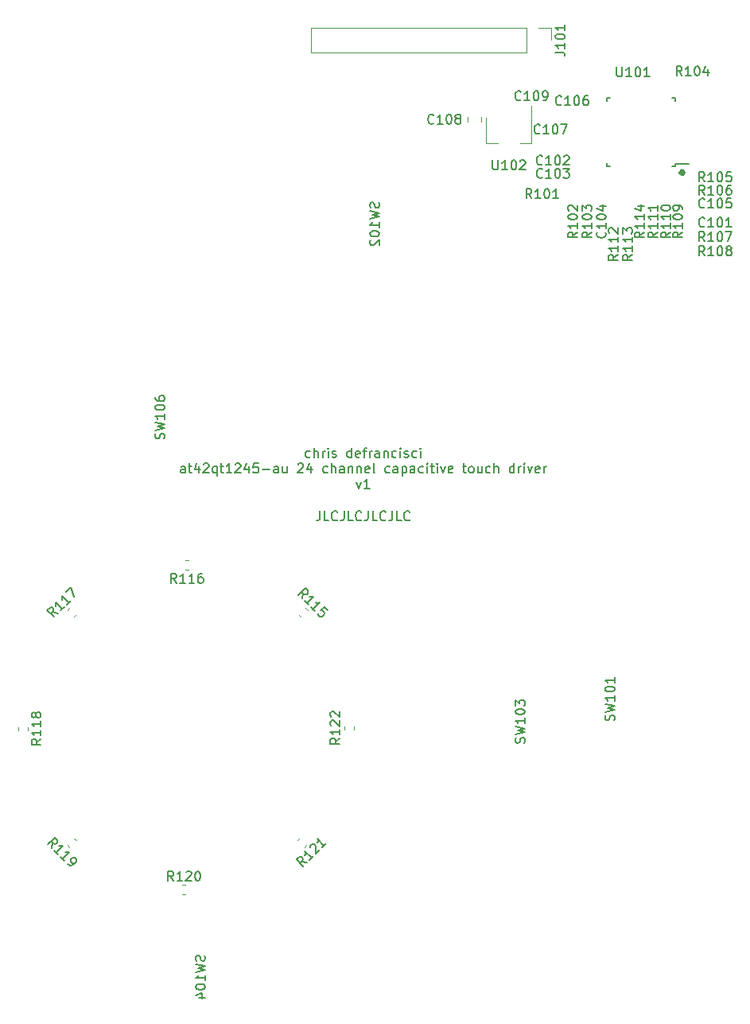
<source format=gbr>
G04 #@! TF.GenerationSoftware,KiCad,Pcbnew,(5.1.2-1)-1*
G04 #@! TF.CreationDate,2022-01-31T21:06:54-05:00*
G04 #@! TF.ProjectId,Capacitive_Touch_Breakout_Board_AT42QT1245-AU,43617061-6369-4746-9976-655f546f7563,rev?*
G04 #@! TF.SameCoordinates,Original*
G04 #@! TF.FileFunction,Legend,Top*
G04 #@! TF.FilePolarity,Positive*
%FSLAX46Y46*%
G04 Gerber Fmt 4.6, Leading zero omitted, Abs format (unit mm)*
G04 Created by KiCad (PCBNEW (5.1.2-1)-1) date 2022-01-31 21:06:54*
%MOMM*%
%LPD*%
G04 APERTURE LIST*
%ADD10C,0.150000*%
%ADD11C,0.400000*%
%ADD12C,0.120000*%
G04 APERTURE END LIST*
D10*
X157305952Y-91527380D02*
X157305952Y-92241666D01*
X157258333Y-92384523D01*
X157163095Y-92479761D01*
X157020238Y-92527380D01*
X156925000Y-92527380D01*
X158258333Y-92527380D02*
X157782142Y-92527380D01*
X157782142Y-91527380D01*
X159163095Y-92432142D02*
X159115476Y-92479761D01*
X158972619Y-92527380D01*
X158877380Y-92527380D01*
X158734523Y-92479761D01*
X158639285Y-92384523D01*
X158591666Y-92289285D01*
X158544047Y-92098809D01*
X158544047Y-91955952D01*
X158591666Y-91765476D01*
X158639285Y-91670238D01*
X158734523Y-91575000D01*
X158877380Y-91527380D01*
X158972619Y-91527380D01*
X159115476Y-91575000D01*
X159163095Y-91622619D01*
X159877380Y-91527380D02*
X159877380Y-92241666D01*
X159829761Y-92384523D01*
X159734523Y-92479761D01*
X159591666Y-92527380D01*
X159496428Y-92527380D01*
X160829761Y-92527380D02*
X160353571Y-92527380D01*
X160353571Y-91527380D01*
X161734523Y-92432142D02*
X161686904Y-92479761D01*
X161544047Y-92527380D01*
X161448809Y-92527380D01*
X161305952Y-92479761D01*
X161210714Y-92384523D01*
X161163095Y-92289285D01*
X161115476Y-92098809D01*
X161115476Y-91955952D01*
X161163095Y-91765476D01*
X161210714Y-91670238D01*
X161305952Y-91575000D01*
X161448809Y-91527380D01*
X161544047Y-91527380D01*
X161686904Y-91575000D01*
X161734523Y-91622619D01*
X162448809Y-91527380D02*
X162448809Y-92241666D01*
X162401190Y-92384523D01*
X162305952Y-92479761D01*
X162163095Y-92527380D01*
X162067857Y-92527380D01*
X163401190Y-92527380D02*
X162925000Y-92527380D01*
X162925000Y-91527380D01*
X164305952Y-92432142D02*
X164258333Y-92479761D01*
X164115476Y-92527380D01*
X164020238Y-92527380D01*
X163877380Y-92479761D01*
X163782142Y-92384523D01*
X163734523Y-92289285D01*
X163686904Y-92098809D01*
X163686904Y-91955952D01*
X163734523Y-91765476D01*
X163782142Y-91670238D01*
X163877380Y-91575000D01*
X164020238Y-91527380D01*
X164115476Y-91527380D01*
X164258333Y-91575000D01*
X164305952Y-91622619D01*
X165020238Y-91527380D02*
X165020238Y-92241666D01*
X164972619Y-92384523D01*
X164877380Y-92479761D01*
X164734523Y-92527380D01*
X164639285Y-92527380D01*
X165972619Y-92527380D02*
X165496428Y-92527380D01*
X165496428Y-91527380D01*
X166877380Y-92432142D02*
X166829761Y-92479761D01*
X166686904Y-92527380D01*
X166591666Y-92527380D01*
X166448809Y-92479761D01*
X166353571Y-92384523D01*
X166305952Y-92289285D01*
X166258333Y-92098809D01*
X166258333Y-91955952D01*
X166305952Y-91765476D01*
X166353571Y-91670238D01*
X166448809Y-91575000D01*
X166591666Y-91527380D01*
X166686904Y-91527380D01*
X166829761Y-91575000D01*
X166877380Y-91622619D01*
X156258333Y-85749761D02*
X156163095Y-85797380D01*
X155972619Y-85797380D01*
X155877380Y-85749761D01*
X155829761Y-85702142D01*
X155782142Y-85606904D01*
X155782142Y-85321190D01*
X155829761Y-85225952D01*
X155877380Y-85178333D01*
X155972619Y-85130714D01*
X156163095Y-85130714D01*
X156258333Y-85178333D01*
X156686904Y-85797380D02*
X156686904Y-84797380D01*
X157115476Y-85797380D02*
X157115476Y-85273571D01*
X157067857Y-85178333D01*
X156972619Y-85130714D01*
X156829761Y-85130714D01*
X156734523Y-85178333D01*
X156686904Y-85225952D01*
X157591666Y-85797380D02*
X157591666Y-85130714D01*
X157591666Y-85321190D02*
X157639285Y-85225952D01*
X157686904Y-85178333D01*
X157782142Y-85130714D01*
X157877380Y-85130714D01*
X158210714Y-85797380D02*
X158210714Y-85130714D01*
X158210714Y-84797380D02*
X158163095Y-84845000D01*
X158210714Y-84892619D01*
X158258333Y-84845000D01*
X158210714Y-84797380D01*
X158210714Y-84892619D01*
X158639285Y-85749761D02*
X158734523Y-85797380D01*
X158925000Y-85797380D01*
X159020238Y-85749761D01*
X159067857Y-85654523D01*
X159067857Y-85606904D01*
X159020238Y-85511666D01*
X158925000Y-85464047D01*
X158782142Y-85464047D01*
X158686904Y-85416428D01*
X158639285Y-85321190D01*
X158639285Y-85273571D01*
X158686904Y-85178333D01*
X158782142Y-85130714D01*
X158925000Y-85130714D01*
X159020238Y-85178333D01*
X160686904Y-85797380D02*
X160686904Y-84797380D01*
X160686904Y-85749761D02*
X160591666Y-85797380D01*
X160401190Y-85797380D01*
X160305952Y-85749761D01*
X160258333Y-85702142D01*
X160210714Y-85606904D01*
X160210714Y-85321190D01*
X160258333Y-85225952D01*
X160305952Y-85178333D01*
X160401190Y-85130714D01*
X160591666Y-85130714D01*
X160686904Y-85178333D01*
X161544047Y-85749761D02*
X161448809Y-85797380D01*
X161258333Y-85797380D01*
X161163095Y-85749761D01*
X161115476Y-85654523D01*
X161115476Y-85273571D01*
X161163095Y-85178333D01*
X161258333Y-85130714D01*
X161448809Y-85130714D01*
X161544047Y-85178333D01*
X161591666Y-85273571D01*
X161591666Y-85368809D01*
X161115476Y-85464047D01*
X161877380Y-85130714D02*
X162258333Y-85130714D01*
X162020238Y-85797380D02*
X162020238Y-84940238D01*
X162067857Y-84845000D01*
X162163095Y-84797380D01*
X162258333Y-84797380D01*
X162591666Y-85797380D02*
X162591666Y-85130714D01*
X162591666Y-85321190D02*
X162639285Y-85225952D01*
X162686904Y-85178333D01*
X162782142Y-85130714D01*
X162877380Y-85130714D01*
X163639285Y-85797380D02*
X163639285Y-85273571D01*
X163591666Y-85178333D01*
X163496428Y-85130714D01*
X163305952Y-85130714D01*
X163210714Y-85178333D01*
X163639285Y-85749761D02*
X163544047Y-85797380D01*
X163305952Y-85797380D01*
X163210714Y-85749761D01*
X163163095Y-85654523D01*
X163163095Y-85559285D01*
X163210714Y-85464047D01*
X163305952Y-85416428D01*
X163544047Y-85416428D01*
X163639285Y-85368809D01*
X164115476Y-85130714D02*
X164115476Y-85797380D01*
X164115476Y-85225952D02*
X164163095Y-85178333D01*
X164258333Y-85130714D01*
X164401190Y-85130714D01*
X164496428Y-85178333D01*
X164544047Y-85273571D01*
X164544047Y-85797380D01*
X165448809Y-85749761D02*
X165353571Y-85797380D01*
X165163095Y-85797380D01*
X165067857Y-85749761D01*
X165020238Y-85702142D01*
X164972619Y-85606904D01*
X164972619Y-85321190D01*
X165020238Y-85225952D01*
X165067857Y-85178333D01*
X165163095Y-85130714D01*
X165353571Y-85130714D01*
X165448809Y-85178333D01*
X165877380Y-85797380D02*
X165877380Y-85130714D01*
X165877380Y-84797380D02*
X165829761Y-84845000D01*
X165877380Y-84892619D01*
X165925000Y-84845000D01*
X165877380Y-84797380D01*
X165877380Y-84892619D01*
X166305952Y-85749761D02*
X166401190Y-85797380D01*
X166591666Y-85797380D01*
X166686904Y-85749761D01*
X166734523Y-85654523D01*
X166734523Y-85606904D01*
X166686904Y-85511666D01*
X166591666Y-85464047D01*
X166448809Y-85464047D01*
X166353571Y-85416428D01*
X166305952Y-85321190D01*
X166305952Y-85273571D01*
X166353571Y-85178333D01*
X166448809Y-85130714D01*
X166591666Y-85130714D01*
X166686904Y-85178333D01*
X167591666Y-85749761D02*
X167496428Y-85797380D01*
X167305952Y-85797380D01*
X167210714Y-85749761D01*
X167163095Y-85702142D01*
X167115476Y-85606904D01*
X167115476Y-85321190D01*
X167163095Y-85225952D01*
X167210714Y-85178333D01*
X167305952Y-85130714D01*
X167496428Y-85130714D01*
X167591666Y-85178333D01*
X168020238Y-85797380D02*
X168020238Y-85130714D01*
X168020238Y-84797380D02*
X167972619Y-84845000D01*
X168020238Y-84892619D01*
X168067857Y-84845000D01*
X168020238Y-84797380D01*
X168020238Y-84892619D01*
X142972619Y-87447380D02*
X142972619Y-86923571D01*
X142925000Y-86828333D01*
X142829761Y-86780714D01*
X142639285Y-86780714D01*
X142544047Y-86828333D01*
X142972619Y-87399761D02*
X142877380Y-87447380D01*
X142639285Y-87447380D01*
X142544047Y-87399761D01*
X142496428Y-87304523D01*
X142496428Y-87209285D01*
X142544047Y-87114047D01*
X142639285Y-87066428D01*
X142877380Y-87066428D01*
X142972619Y-87018809D01*
X143305952Y-86780714D02*
X143686904Y-86780714D01*
X143448809Y-86447380D02*
X143448809Y-87304523D01*
X143496428Y-87399761D01*
X143591666Y-87447380D01*
X143686904Y-87447380D01*
X144448809Y-86780714D02*
X144448809Y-87447380D01*
X144210714Y-86399761D02*
X143972619Y-87114047D01*
X144591666Y-87114047D01*
X144925000Y-86542619D02*
X144972619Y-86495000D01*
X145067857Y-86447380D01*
X145305952Y-86447380D01*
X145401190Y-86495000D01*
X145448809Y-86542619D01*
X145496428Y-86637857D01*
X145496428Y-86733095D01*
X145448809Y-86875952D01*
X144877380Y-87447380D01*
X145496428Y-87447380D01*
X146353571Y-86780714D02*
X146353571Y-87780714D01*
X146353571Y-87399761D02*
X146258333Y-87447380D01*
X146067857Y-87447380D01*
X145972619Y-87399761D01*
X145925000Y-87352142D01*
X145877380Y-87256904D01*
X145877380Y-86971190D01*
X145925000Y-86875952D01*
X145972619Y-86828333D01*
X146067857Y-86780714D01*
X146258333Y-86780714D01*
X146353571Y-86828333D01*
X146686904Y-86780714D02*
X147067857Y-86780714D01*
X146829761Y-86447380D02*
X146829761Y-87304523D01*
X146877380Y-87399761D01*
X146972619Y-87447380D01*
X147067857Y-87447380D01*
X147925000Y-87447380D02*
X147353571Y-87447380D01*
X147639285Y-87447380D02*
X147639285Y-86447380D01*
X147544047Y-86590238D01*
X147448809Y-86685476D01*
X147353571Y-86733095D01*
X148305952Y-86542619D02*
X148353571Y-86495000D01*
X148448809Y-86447380D01*
X148686904Y-86447380D01*
X148782142Y-86495000D01*
X148829761Y-86542619D01*
X148877380Y-86637857D01*
X148877380Y-86733095D01*
X148829761Y-86875952D01*
X148258333Y-87447380D01*
X148877380Y-87447380D01*
X149734523Y-86780714D02*
X149734523Y-87447380D01*
X149496428Y-86399761D02*
X149258333Y-87114047D01*
X149877380Y-87114047D01*
X150734523Y-86447380D02*
X150258333Y-86447380D01*
X150210714Y-86923571D01*
X150258333Y-86875952D01*
X150353571Y-86828333D01*
X150591666Y-86828333D01*
X150686904Y-86875952D01*
X150734523Y-86923571D01*
X150782142Y-87018809D01*
X150782142Y-87256904D01*
X150734523Y-87352142D01*
X150686904Y-87399761D01*
X150591666Y-87447380D01*
X150353571Y-87447380D01*
X150258333Y-87399761D01*
X150210714Y-87352142D01*
X151210714Y-87066428D02*
X151972619Y-87066428D01*
X152877380Y-87447380D02*
X152877380Y-86923571D01*
X152829761Y-86828333D01*
X152734523Y-86780714D01*
X152544047Y-86780714D01*
X152448809Y-86828333D01*
X152877380Y-87399761D02*
X152782142Y-87447380D01*
X152544047Y-87447380D01*
X152448809Y-87399761D01*
X152401190Y-87304523D01*
X152401190Y-87209285D01*
X152448809Y-87114047D01*
X152544047Y-87066428D01*
X152782142Y-87066428D01*
X152877380Y-87018809D01*
X153782142Y-86780714D02*
X153782142Y-87447380D01*
X153353571Y-86780714D02*
X153353571Y-87304523D01*
X153401190Y-87399761D01*
X153496428Y-87447380D01*
X153639285Y-87447380D01*
X153734523Y-87399761D01*
X153782142Y-87352142D01*
X154972619Y-86542619D02*
X155020238Y-86495000D01*
X155115476Y-86447380D01*
X155353571Y-86447380D01*
X155448809Y-86495000D01*
X155496428Y-86542619D01*
X155544047Y-86637857D01*
X155544047Y-86733095D01*
X155496428Y-86875952D01*
X154925000Y-87447380D01*
X155544047Y-87447380D01*
X156401190Y-86780714D02*
X156401190Y-87447380D01*
X156163095Y-86399761D02*
X155925000Y-87114047D01*
X156544047Y-87114047D01*
X158115476Y-87399761D02*
X158020238Y-87447380D01*
X157829761Y-87447380D01*
X157734523Y-87399761D01*
X157686904Y-87352142D01*
X157639285Y-87256904D01*
X157639285Y-86971190D01*
X157686904Y-86875952D01*
X157734523Y-86828333D01*
X157829761Y-86780714D01*
X158020238Y-86780714D01*
X158115476Y-86828333D01*
X158544047Y-87447380D02*
X158544047Y-86447380D01*
X158972619Y-87447380D02*
X158972619Y-86923571D01*
X158925000Y-86828333D01*
X158829761Y-86780714D01*
X158686904Y-86780714D01*
X158591666Y-86828333D01*
X158544047Y-86875952D01*
X159877380Y-87447380D02*
X159877380Y-86923571D01*
X159829761Y-86828333D01*
X159734523Y-86780714D01*
X159544047Y-86780714D01*
X159448809Y-86828333D01*
X159877380Y-87399761D02*
X159782142Y-87447380D01*
X159544047Y-87447380D01*
X159448809Y-87399761D01*
X159401190Y-87304523D01*
X159401190Y-87209285D01*
X159448809Y-87114047D01*
X159544047Y-87066428D01*
X159782142Y-87066428D01*
X159877380Y-87018809D01*
X160353571Y-86780714D02*
X160353571Y-87447380D01*
X160353571Y-86875952D02*
X160401190Y-86828333D01*
X160496428Y-86780714D01*
X160639285Y-86780714D01*
X160734523Y-86828333D01*
X160782142Y-86923571D01*
X160782142Y-87447380D01*
X161258333Y-86780714D02*
X161258333Y-87447380D01*
X161258333Y-86875952D02*
X161305952Y-86828333D01*
X161401190Y-86780714D01*
X161544047Y-86780714D01*
X161639285Y-86828333D01*
X161686904Y-86923571D01*
X161686904Y-87447380D01*
X162544047Y-87399761D02*
X162448809Y-87447380D01*
X162258333Y-87447380D01*
X162163095Y-87399761D01*
X162115476Y-87304523D01*
X162115476Y-86923571D01*
X162163095Y-86828333D01*
X162258333Y-86780714D01*
X162448809Y-86780714D01*
X162544047Y-86828333D01*
X162591666Y-86923571D01*
X162591666Y-87018809D01*
X162115476Y-87114047D01*
X163163095Y-87447380D02*
X163067857Y-87399761D01*
X163020238Y-87304523D01*
X163020238Y-86447380D01*
X164734523Y-87399761D02*
X164639285Y-87447380D01*
X164448809Y-87447380D01*
X164353571Y-87399761D01*
X164305952Y-87352142D01*
X164258333Y-87256904D01*
X164258333Y-86971190D01*
X164305952Y-86875952D01*
X164353571Y-86828333D01*
X164448809Y-86780714D01*
X164639285Y-86780714D01*
X164734523Y-86828333D01*
X165591666Y-87447380D02*
X165591666Y-86923571D01*
X165544047Y-86828333D01*
X165448809Y-86780714D01*
X165258333Y-86780714D01*
X165163095Y-86828333D01*
X165591666Y-87399761D02*
X165496428Y-87447380D01*
X165258333Y-87447380D01*
X165163095Y-87399761D01*
X165115476Y-87304523D01*
X165115476Y-87209285D01*
X165163095Y-87114047D01*
X165258333Y-87066428D01*
X165496428Y-87066428D01*
X165591666Y-87018809D01*
X166067857Y-86780714D02*
X166067857Y-87780714D01*
X166067857Y-86828333D02*
X166163095Y-86780714D01*
X166353571Y-86780714D01*
X166448809Y-86828333D01*
X166496428Y-86875952D01*
X166544047Y-86971190D01*
X166544047Y-87256904D01*
X166496428Y-87352142D01*
X166448809Y-87399761D01*
X166353571Y-87447380D01*
X166163095Y-87447380D01*
X166067857Y-87399761D01*
X167401190Y-87447380D02*
X167401190Y-86923571D01*
X167353571Y-86828333D01*
X167258333Y-86780714D01*
X167067857Y-86780714D01*
X166972619Y-86828333D01*
X167401190Y-87399761D02*
X167305952Y-87447380D01*
X167067857Y-87447380D01*
X166972619Y-87399761D01*
X166925000Y-87304523D01*
X166925000Y-87209285D01*
X166972619Y-87114047D01*
X167067857Y-87066428D01*
X167305952Y-87066428D01*
X167401190Y-87018809D01*
X168305952Y-87399761D02*
X168210714Y-87447380D01*
X168020238Y-87447380D01*
X167925000Y-87399761D01*
X167877380Y-87352142D01*
X167829761Y-87256904D01*
X167829761Y-86971190D01*
X167877380Y-86875952D01*
X167925000Y-86828333D01*
X168020238Y-86780714D01*
X168210714Y-86780714D01*
X168305952Y-86828333D01*
X168734523Y-87447380D02*
X168734523Y-86780714D01*
X168734523Y-86447380D02*
X168686904Y-86495000D01*
X168734523Y-86542619D01*
X168782142Y-86495000D01*
X168734523Y-86447380D01*
X168734523Y-86542619D01*
X169067857Y-86780714D02*
X169448809Y-86780714D01*
X169210714Y-86447380D02*
X169210714Y-87304523D01*
X169258333Y-87399761D01*
X169353571Y-87447380D01*
X169448809Y-87447380D01*
X169782142Y-87447380D02*
X169782142Y-86780714D01*
X169782142Y-86447380D02*
X169734523Y-86495000D01*
X169782142Y-86542619D01*
X169829761Y-86495000D01*
X169782142Y-86447380D01*
X169782142Y-86542619D01*
X170163095Y-86780714D02*
X170401190Y-87447380D01*
X170639285Y-86780714D01*
X171401190Y-87399761D02*
X171305952Y-87447380D01*
X171115476Y-87447380D01*
X171020238Y-87399761D01*
X170972619Y-87304523D01*
X170972619Y-86923571D01*
X171020238Y-86828333D01*
X171115476Y-86780714D01*
X171305952Y-86780714D01*
X171401190Y-86828333D01*
X171448809Y-86923571D01*
X171448809Y-87018809D01*
X170972619Y-87114047D01*
X172496428Y-86780714D02*
X172877380Y-86780714D01*
X172639285Y-86447380D02*
X172639285Y-87304523D01*
X172686904Y-87399761D01*
X172782142Y-87447380D01*
X172877380Y-87447380D01*
X173353571Y-87447380D02*
X173258333Y-87399761D01*
X173210714Y-87352142D01*
X173163095Y-87256904D01*
X173163095Y-86971190D01*
X173210714Y-86875952D01*
X173258333Y-86828333D01*
X173353571Y-86780714D01*
X173496428Y-86780714D01*
X173591666Y-86828333D01*
X173639285Y-86875952D01*
X173686904Y-86971190D01*
X173686904Y-87256904D01*
X173639285Y-87352142D01*
X173591666Y-87399761D01*
X173496428Y-87447380D01*
X173353571Y-87447380D01*
X174544047Y-86780714D02*
X174544047Y-87447380D01*
X174115476Y-86780714D02*
X174115476Y-87304523D01*
X174163095Y-87399761D01*
X174258333Y-87447380D01*
X174401190Y-87447380D01*
X174496428Y-87399761D01*
X174544047Y-87352142D01*
X175448809Y-87399761D02*
X175353571Y-87447380D01*
X175163095Y-87447380D01*
X175067857Y-87399761D01*
X175020238Y-87352142D01*
X174972619Y-87256904D01*
X174972619Y-86971190D01*
X175020238Y-86875952D01*
X175067857Y-86828333D01*
X175163095Y-86780714D01*
X175353571Y-86780714D01*
X175448809Y-86828333D01*
X175877380Y-87447380D02*
X175877380Y-86447380D01*
X176305952Y-87447380D02*
X176305952Y-86923571D01*
X176258333Y-86828333D01*
X176163095Y-86780714D01*
X176020238Y-86780714D01*
X175925000Y-86828333D01*
X175877380Y-86875952D01*
X177972619Y-87447380D02*
X177972619Y-86447380D01*
X177972619Y-87399761D02*
X177877380Y-87447380D01*
X177686904Y-87447380D01*
X177591666Y-87399761D01*
X177544047Y-87352142D01*
X177496428Y-87256904D01*
X177496428Y-86971190D01*
X177544047Y-86875952D01*
X177591666Y-86828333D01*
X177686904Y-86780714D01*
X177877380Y-86780714D01*
X177972619Y-86828333D01*
X178448809Y-87447380D02*
X178448809Y-86780714D01*
X178448809Y-86971190D02*
X178496428Y-86875952D01*
X178544047Y-86828333D01*
X178639285Y-86780714D01*
X178734523Y-86780714D01*
X179067857Y-87447380D02*
X179067857Y-86780714D01*
X179067857Y-86447380D02*
X179020238Y-86495000D01*
X179067857Y-86542619D01*
X179115476Y-86495000D01*
X179067857Y-86447380D01*
X179067857Y-86542619D01*
X179448809Y-86780714D02*
X179686904Y-87447380D01*
X179925000Y-86780714D01*
X180686904Y-87399761D02*
X180591666Y-87447380D01*
X180401190Y-87447380D01*
X180305952Y-87399761D01*
X180258333Y-87304523D01*
X180258333Y-86923571D01*
X180305952Y-86828333D01*
X180401190Y-86780714D01*
X180591666Y-86780714D01*
X180686904Y-86828333D01*
X180734523Y-86923571D01*
X180734523Y-87018809D01*
X180258333Y-87114047D01*
X181163095Y-87447380D02*
X181163095Y-86780714D01*
X181163095Y-86971190D02*
X181210714Y-86875952D01*
X181258333Y-86828333D01*
X181353571Y-86780714D01*
X181448809Y-86780714D01*
X161210714Y-88430714D02*
X161448809Y-89097380D01*
X161686904Y-88430714D01*
X162591666Y-89097380D02*
X162020238Y-89097380D01*
X162305952Y-89097380D02*
X162305952Y-88097380D01*
X162210714Y-88240238D01*
X162115476Y-88335476D01*
X162020238Y-88383095D01*
D11*
X196013605Y-55499000D02*
G75*
G03X196013605Y-55499000I-179605J0D01*
G01*
D10*
X195141000Y-54581000D02*
X196566000Y-54581000D01*
X187891000Y-54806000D02*
X188216000Y-54806000D01*
X187891000Y-47556000D02*
X188216000Y-47556000D01*
X195141000Y-47556000D02*
X194816000Y-47556000D01*
X195141000Y-54806000D02*
X194816000Y-54806000D01*
X195141000Y-47556000D02*
X195141000Y-47881000D01*
X187891000Y-47556000D02*
X187891000Y-47881000D01*
X187891000Y-54806000D02*
X187891000Y-54481000D01*
X195141000Y-54806000D02*
X195141000Y-54581000D01*
D12*
X179819000Y-52389500D02*
X178619000Y-52389500D01*
X179819000Y-48389500D02*
X179819000Y-52389500D01*
X175019000Y-52389500D02*
X175019000Y-49689500D01*
X176219000Y-52389500D02*
X175019000Y-52389500D01*
X173026000Y-49603922D02*
X173026000Y-50121078D01*
X174446000Y-49603922D02*
X174446000Y-50121078D01*
X160911000Y-114742279D02*
X160911000Y-114416721D01*
X159891000Y-114742279D02*
X159891000Y-114416721D01*
X155153631Y-126319120D02*
X154923426Y-126549325D01*
X155874880Y-127040369D02*
X155644675Y-127270574D01*
X142686721Y-132336000D02*
X143012279Y-132336000D01*
X142686721Y-131316000D02*
X143012279Y-131316000D01*
X131363880Y-126578631D02*
X131133675Y-126348426D01*
X130642631Y-127299880D02*
X130412426Y-127069675D01*
X125220000Y-114492721D02*
X125220000Y-114818279D01*
X126240000Y-114492721D02*
X126240000Y-114818279D01*
X131133675Y-102759574D02*
X131363880Y-102529369D01*
X130412426Y-102038325D02*
X130642631Y-101808120D01*
X143317279Y-96772000D02*
X142991721Y-96772000D01*
X143317279Y-97792000D02*
X142991721Y-97792000D01*
X155050426Y-102558675D02*
X155280631Y-102788880D01*
X155771675Y-101837426D02*
X156001880Y-102067631D01*
X181924000Y-40072000D02*
X181924000Y-41402000D01*
X180594000Y-40072000D02*
X181924000Y-40072000D01*
X179324000Y-40072000D02*
X179324000Y-42732000D01*
X179324000Y-42732000D02*
X156404000Y-42732000D01*
X179324000Y-40072000D02*
X156404000Y-40072000D01*
X156404000Y-40072000D02*
X156404000Y-42732000D01*
D10*
X188912714Y-44283380D02*
X188912714Y-45092904D01*
X188960333Y-45188142D01*
X189007952Y-45235761D01*
X189103190Y-45283380D01*
X189293666Y-45283380D01*
X189388904Y-45235761D01*
X189436523Y-45188142D01*
X189484142Y-45092904D01*
X189484142Y-44283380D01*
X190484142Y-45283380D02*
X189912714Y-45283380D01*
X190198428Y-45283380D02*
X190198428Y-44283380D01*
X190103190Y-44426238D01*
X190007952Y-44521476D01*
X189912714Y-44569095D01*
X191103190Y-44283380D02*
X191198428Y-44283380D01*
X191293666Y-44331000D01*
X191341285Y-44378619D01*
X191388904Y-44473857D01*
X191436523Y-44664333D01*
X191436523Y-44902428D01*
X191388904Y-45092904D01*
X191341285Y-45188142D01*
X191293666Y-45235761D01*
X191198428Y-45283380D01*
X191103190Y-45283380D01*
X191007952Y-45235761D01*
X190960333Y-45188142D01*
X190912714Y-45092904D01*
X190865095Y-44902428D01*
X190865095Y-44664333D01*
X190912714Y-44473857D01*
X190960333Y-44378619D01*
X191007952Y-44331000D01*
X191103190Y-44283380D01*
X192388904Y-45283380D02*
X191817476Y-45283380D01*
X192103190Y-45283380D02*
X192103190Y-44283380D01*
X192007952Y-44426238D01*
X191912714Y-44521476D01*
X191817476Y-44569095D01*
X175704714Y-54189380D02*
X175704714Y-54998904D01*
X175752333Y-55094142D01*
X175799952Y-55141761D01*
X175895190Y-55189380D01*
X176085666Y-55189380D01*
X176180904Y-55141761D01*
X176228523Y-55094142D01*
X176276142Y-54998904D01*
X176276142Y-54189380D01*
X177276142Y-55189380D02*
X176704714Y-55189380D01*
X176990428Y-55189380D02*
X176990428Y-54189380D01*
X176895190Y-54332238D01*
X176799952Y-54427476D01*
X176704714Y-54475095D01*
X177895190Y-54189380D02*
X177990428Y-54189380D01*
X178085666Y-54237000D01*
X178133285Y-54284619D01*
X178180904Y-54379857D01*
X178228523Y-54570333D01*
X178228523Y-54808428D01*
X178180904Y-54998904D01*
X178133285Y-55094142D01*
X178085666Y-55141761D01*
X177990428Y-55189380D01*
X177895190Y-55189380D01*
X177799952Y-55141761D01*
X177752333Y-55094142D01*
X177704714Y-54998904D01*
X177657095Y-54808428D01*
X177657095Y-54570333D01*
X177704714Y-54379857D01*
X177752333Y-54284619D01*
X177799952Y-54237000D01*
X177895190Y-54189380D01*
X178609476Y-54284619D02*
X178657095Y-54237000D01*
X178752333Y-54189380D01*
X178990428Y-54189380D01*
X179085666Y-54237000D01*
X179133285Y-54284619D01*
X179180904Y-54379857D01*
X179180904Y-54475095D01*
X179133285Y-54617952D01*
X178561857Y-55189380D01*
X179180904Y-55189380D01*
X178712952Y-47728142D02*
X178665333Y-47775761D01*
X178522476Y-47823380D01*
X178427238Y-47823380D01*
X178284380Y-47775761D01*
X178189142Y-47680523D01*
X178141523Y-47585285D01*
X178093904Y-47394809D01*
X178093904Y-47251952D01*
X178141523Y-47061476D01*
X178189142Y-46966238D01*
X178284380Y-46871000D01*
X178427238Y-46823380D01*
X178522476Y-46823380D01*
X178665333Y-46871000D01*
X178712952Y-46918619D01*
X179665333Y-47823380D02*
X179093904Y-47823380D01*
X179379619Y-47823380D02*
X179379619Y-46823380D01*
X179284380Y-46966238D01*
X179189142Y-47061476D01*
X179093904Y-47109095D01*
X180284380Y-46823380D02*
X180379619Y-46823380D01*
X180474857Y-46871000D01*
X180522476Y-46918619D01*
X180570095Y-47013857D01*
X180617714Y-47204333D01*
X180617714Y-47442428D01*
X180570095Y-47632904D01*
X180522476Y-47728142D01*
X180474857Y-47775761D01*
X180379619Y-47823380D01*
X180284380Y-47823380D01*
X180189142Y-47775761D01*
X180141523Y-47728142D01*
X180093904Y-47632904D01*
X180046285Y-47442428D01*
X180046285Y-47204333D01*
X180093904Y-47013857D01*
X180141523Y-46918619D01*
X180189142Y-46871000D01*
X180284380Y-46823380D01*
X181093904Y-47823380D02*
X181284380Y-47823380D01*
X181379619Y-47775761D01*
X181427238Y-47728142D01*
X181522476Y-47585285D01*
X181570095Y-47394809D01*
X181570095Y-47013857D01*
X181522476Y-46918619D01*
X181474857Y-46871000D01*
X181379619Y-46823380D01*
X181189142Y-46823380D01*
X181093904Y-46871000D01*
X181046285Y-46918619D01*
X180998666Y-47013857D01*
X180998666Y-47251952D01*
X181046285Y-47347190D01*
X181093904Y-47394809D01*
X181189142Y-47442428D01*
X181379619Y-47442428D01*
X181474857Y-47394809D01*
X181522476Y-47347190D01*
X181570095Y-47251952D01*
X169441952Y-50219642D02*
X169394333Y-50267261D01*
X169251476Y-50314880D01*
X169156238Y-50314880D01*
X169013380Y-50267261D01*
X168918142Y-50172023D01*
X168870523Y-50076785D01*
X168822904Y-49886309D01*
X168822904Y-49743452D01*
X168870523Y-49552976D01*
X168918142Y-49457738D01*
X169013380Y-49362500D01*
X169156238Y-49314880D01*
X169251476Y-49314880D01*
X169394333Y-49362500D01*
X169441952Y-49410119D01*
X170394333Y-50314880D02*
X169822904Y-50314880D01*
X170108619Y-50314880D02*
X170108619Y-49314880D01*
X170013380Y-49457738D01*
X169918142Y-49552976D01*
X169822904Y-49600595D01*
X171013380Y-49314880D02*
X171108619Y-49314880D01*
X171203857Y-49362500D01*
X171251476Y-49410119D01*
X171299095Y-49505357D01*
X171346714Y-49695833D01*
X171346714Y-49933928D01*
X171299095Y-50124404D01*
X171251476Y-50219642D01*
X171203857Y-50267261D01*
X171108619Y-50314880D01*
X171013380Y-50314880D01*
X170918142Y-50267261D01*
X170870523Y-50219642D01*
X170822904Y-50124404D01*
X170775285Y-49933928D01*
X170775285Y-49695833D01*
X170822904Y-49505357D01*
X170870523Y-49410119D01*
X170918142Y-49362500D01*
X171013380Y-49314880D01*
X171918142Y-49743452D02*
X171822904Y-49695833D01*
X171775285Y-49648214D01*
X171727666Y-49552976D01*
X171727666Y-49505357D01*
X171775285Y-49410119D01*
X171822904Y-49362500D01*
X171918142Y-49314880D01*
X172108619Y-49314880D01*
X172203857Y-49362500D01*
X172251476Y-49410119D01*
X172299095Y-49505357D01*
X172299095Y-49552976D01*
X172251476Y-49648214D01*
X172203857Y-49695833D01*
X172108619Y-49743452D01*
X171918142Y-49743452D01*
X171822904Y-49791071D01*
X171775285Y-49838690D01*
X171727666Y-49933928D01*
X171727666Y-50124404D01*
X171775285Y-50219642D01*
X171822904Y-50267261D01*
X171918142Y-50314880D01*
X172108619Y-50314880D01*
X172203857Y-50267261D01*
X172251476Y-50219642D01*
X172299095Y-50124404D01*
X172299095Y-49933928D01*
X172251476Y-49838690D01*
X172203857Y-49791071D01*
X172108619Y-49743452D01*
X145046761Y-138811285D02*
X145094380Y-138954142D01*
X145094380Y-139192238D01*
X145046761Y-139287476D01*
X144999142Y-139335095D01*
X144903904Y-139382714D01*
X144808666Y-139382714D01*
X144713428Y-139335095D01*
X144665809Y-139287476D01*
X144618190Y-139192238D01*
X144570571Y-139001761D01*
X144522952Y-138906523D01*
X144475333Y-138858904D01*
X144380095Y-138811285D01*
X144284857Y-138811285D01*
X144189619Y-138858904D01*
X144142000Y-138906523D01*
X144094380Y-139001761D01*
X144094380Y-139239857D01*
X144142000Y-139382714D01*
X144094380Y-139716047D02*
X145094380Y-139954142D01*
X144380095Y-140144619D01*
X145094380Y-140335095D01*
X144094380Y-140573190D01*
X145094380Y-141477952D02*
X145094380Y-140906523D01*
X145094380Y-141192238D02*
X144094380Y-141192238D01*
X144237238Y-141097000D01*
X144332476Y-141001761D01*
X144380095Y-140906523D01*
X144094380Y-142097000D02*
X144094380Y-142192238D01*
X144142000Y-142287476D01*
X144189619Y-142335095D01*
X144284857Y-142382714D01*
X144475333Y-142430333D01*
X144713428Y-142430333D01*
X144903904Y-142382714D01*
X144999142Y-142335095D01*
X145046761Y-142287476D01*
X145094380Y-142192238D01*
X145094380Y-142097000D01*
X145046761Y-142001761D01*
X144999142Y-141954142D01*
X144903904Y-141906523D01*
X144713428Y-141858904D01*
X144475333Y-141858904D01*
X144284857Y-141906523D01*
X144189619Y-141954142D01*
X144142000Y-142001761D01*
X144094380Y-142097000D01*
X144427714Y-143287476D02*
X145094380Y-143287476D01*
X144046761Y-143049380D02*
X144761047Y-142811285D01*
X144761047Y-143430333D01*
X163588761Y-58674285D02*
X163636380Y-58817142D01*
X163636380Y-59055238D01*
X163588761Y-59150476D01*
X163541142Y-59198095D01*
X163445904Y-59245714D01*
X163350666Y-59245714D01*
X163255428Y-59198095D01*
X163207809Y-59150476D01*
X163160190Y-59055238D01*
X163112571Y-58864761D01*
X163064952Y-58769523D01*
X163017333Y-58721904D01*
X162922095Y-58674285D01*
X162826857Y-58674285D01*
X162731619Y-58721904D01*
X162684000Y-58769523D01*
X162636380Y-58864761D01*
X162636380Y-59102857D01*
X162684000Y-59245714D01*
X162636380Y-59579047D02*
X163636380Y-59817142D01*
X162922095Y-60007619D01*
X163636380Y-60198095D01*
X162636380Y-60436190D01*
X163636380Y-61340952D02*
X163636380Y-60769523D01*
X163636380Y-61055238D02*
X162636380Y-61055238D01*
X162779238Y-60960000D01*
X162874476Y-60864761D01*
X162922095Y-60769523D01*
X162636380Y-61960000D02*
X162636380Y-62055238D01*
X162684000Y-62150476D01*
X162731619Y-62198095D01*
X162826857Y-62245714D01*
X163017333Y-62293333D01*
X163255428Y-62293333D01*
X163445904Y-62245714D01*
X163541142Y-62198095D01*
X163588761Y-62150476D01*
X163636380Y-62055238D01*
X163636380Y-61960000D01*
X163588761Y-61864761D01*
X163541142Y-61817142D01*
X163445904Y-61769523D01*
X163255428Y-61721904D01*
X163017333Y-61721904D01*
X162826857Y-61769523D01*
X162731619Y-61817142D01*
X162684000Y-61864761D01*
X162636380Y-61960000D01*
X162731619Y-62674285D02*
X162684000Y-62721904D01*
X162636380Y-62817142D01*
X162636380Y-63055238D01*
X162684000Y-63150476D01*
X162731619Y-63198095D01*
X162826857Y-63245714D01*
X162922095Y-63245714D01*
X163064952Y-63198095D01*
X163636380Y-62626666D01*
X163636380Y-63245714D01*
X140724761Y-83819714D02*
X140772380Y-83676857D01*
X140772380Y-83438761D01*
X140724761Y-83343523D01*
X140677142Y-83295904D01*
X140581904Y-83248285D01*
X140486666Y-83248285D01*
X140391428Y-83295904D01*
X140343809Y-83343523D01*
X140296190Y-83438761D01*
X140248571Y-83629238D01*
X140200952Y-83724476D01*
X140153333Y-83772095D01*
X140058095Y-83819714D01*
X139962857Y-83819714D01*
X139867619Y-83772095D01*
X139820000Y-83724476D01*
X139772380Y-83629238D01*
X139772380Y-83391142D01*
X139820000Y-83248285D01*
X139772380Y-82914952D02*
X140772380Y-82676857D01*
X140058095Y-82486380D01*
X140772380Y-82295904D01*
X139772380Y-82057809D01*
X140772380Y-81153047D02*
X140772380Y-81724476D01*
X140772380Y-81438761D02*
X139772380Y-81438761D01*
X139915238Y-81534000D01*
X140010476Y-81629238D01*
X140058095Y-81724476D01*
X139772380Y-80534000D02*
X139772380Y-80438761D01*
X139820000Y-80343523D01*
X139867619Y-80295904D01*
X139962857Y-80248285D01*
X140153333Y-80200666D01*
X140391428Y-80200666D01*
X140581904Y-80248285D01*
X140677142Y-80295904D01*
X140724761Y-80343523D01*
X140772380Y-80438761D01*
X140772380Y-80534000D01*
X140724761Y-80629238D01*
X140677142Y-80676857D01*
X140581904Y-80724476D01*
X140391428Y-80772095D01*
X140153333Y-80772095D01*
X139962857Y-80724476D01*
X139867619Y-80676857D01*
X139820000Y-80629238D01*
X139772380Y-80534000D01*
X139772380Y-79343523D02*
X139772380Y-79534000D01*
X139820000Y-79629238D01*
X139867619Y-79676857D01*
X140010476Y-79772095D01*
X140200952Y-79819714D01*
X140581904Y-79819714D01*
X140677142Y-79772095D01*
X140724761Y-79724476D01*
X140772380Y-79629238D01*
X140772380Y-79438761D01*
X140724761Y-79343523D01*
X140677142Y-79295904D01*
X140581904Y-79248285D01*
X140343809Y-79248285D01*
X140248571Y-79295904D01*
X140200952Y-79343523D01*
X140153333Y-79438761D01*
X140153333Y-79629238D01*
X140200952Y-79724476D01*
X140248571Y-79772095D01*
X140343809Y-79819714D01*
X180744952Y-51284142D02*
X180697333Y-51331761D01*
X180554476Y-51379380D01*
X180459238Y-51379380D01*
X180316380Y-51331761D01*
X180221142Y-51236523D01*
X180173523Y-51141285D01*
X180125904Y-50950809D01*
X180125904Y-50807952D01*
X180173523Y-50617476D01*
X180221142Y-50522238D01*
X180316380Y-50427000D01*
X180459238Y-50379380D01*
X180554476Y-50379380D01*
X180697333Y-50427000D01*
X180744952Y-50474619D01*
X181697333Y-51379380D02*
X181125904Y-51379380D01*
X181411619Y-51379380D02*
X181411619Y-50379380D01*
X181316380Y-50522238D01*
X181221142Y-50617476D01*
X181125904Y-50665095D01*
X182316380Y-50379380D02*
X182411619Y-50379380D01*
X182506857Y-50427000D01*
X182554476Y-50474619D01*
X182602095Y-50569857D01*
X182649714Y-50760333D01*
X182649714Y-50998428D01*
X182602095Y-51188904D01*
X182554476Y-51284142D01*
X182506857Y-51331761D01*
X182411619Y-51379380D01*
X182316380Y-51379380D01*
X182221142Y-51331761D01*
X182173523Y-51284142D01*
X182125904Y-51188904D01*
X182078285Y-50998428D01*
X182078285Y-50760333D01*
X182125904Y-50569857D01*
X182173523Y-50474619D01*
X182221142Y-50427000D01*
X182316380Y-50379380D01*
X182983047Y-50379380D02*
X183649714Y-50379380D01*
X183221142Y-51379380D01*
X183030952Y-48236142D02*
X182983333Y-48283761D01*
X182840476Y-48331380D01*
X182745238Y-48331380D01*
X182602380Y-48283761D01*
X182507142Y-48188523D01*
X182459523Y-48093285D01*
X182411904Y-47902809D01*
X182411904Y-47759952D01*
X182459523Y-47569476D01*
X182507142Y-47474238D01*
X182602380Y-47379000D01*
X182745238Y-47331380D01*
X182840476Y-47331380D01*
X182983333Y-47379000D01*
X183030952Y-47426619D01*
X183983333Y-48331380D02*
X183411904Y-48331380D01*
X183697619Y-48331380D02*
X183697619Y-47331380D01*
X183602380Y-47474238D01*
X183507142Y-47569476D01*
X183411904Y-47617095D01*
X184602380Y-47331380D02*
X184697619Y-47331380D01*
X184792857Y-47379000D01*
X184840476Y-47426619D01*
X184888095Y-47521857D01*
X184935714Y-47712333D01*
X184935714Y-47950428D01*
X184888095Y-48140904D01*
X184840476Y-48236142D01*
X184792857Y-48283761D01*
X184697619Y-48331380D01*
X184602380Y-48331380D01*
X184507142Y-48283761D01*
X184459523Y-48236142D01*
X184411904Y-48140904D01*
X184364285Y-47950428D01*
X184364285Y-47712333D01*
X184411904Y-47521857D01*
X184459523Y-47426619D01*
X184507142Y-47379000D01*
X184602380Y-47331380D01*
X185792857Y-47331380D02*
X185602380Y-47331380D01*
X185507142Y-47379000D01*
X185459523Y-47426619D01*
X185364285Y-47569476D01*
X185316666Y-47759952D01*
X185316666Y-48140904D01*
X185364285Y-48236142D01*
X185411904Y-48283761D01*
X185507142Y-48331380D01*
X185697619Y-48331380D01*
X185792857Y-48283761D01*
X185840476Y-48236142D01*
X185888095Y-48140904D01*
X185888095Y-47902809D01*
X185840476Y-47807571D01*
X185792857Y-47759952D01*
X185697619Y-47712333D01*
X185507142Y-47712333D01*
X185411904Y-47759952D01*
X185364285Y-47807571D01*
X185316666Y-47902809D01*
X198270952Y-59158142D02*
X198223333Y-59205761D01*
X198080476Y-59253380D01*
X197985238Y-59253380D01*
X197842380Y-59205761D01*
X197747142Y-59110523D01*
X197699523Y-59015285D01*
X197651904Y-58824809D01*
X197651904Y-58681952D01*
X197699523Y-58491476D01*
X197747142Y-58396238D01*
X197842380Y-58301000D01*
X197985238Y-58253380D01*
X198080476Y-58253380D01*
X198223333Y-58301000D01*
X198270952Y-58348619D01*
X199223333Y-59253380D02*
X198651904Y-59253380D01*
X198937619Y-59253380D02*
X198937619Y-58253380D01*
X198842380Y-58396238D01*
X198747142Y-58491476D01*
X198651904Y-58539095D01*
X199842380Y-58253380D02*
X199937619Y-58253380D01*
X200032857Y-58301000D01*
X200080476Y-58348619D01*
X200128095Y-58443857D01*
X200175714Y-58634333D01*
X200175714Y-58872428D01*
X200128095Y-59062904D01*
X200080476Y-59158142D01*
X200032857Y-59205761D01*
X199937619Y-59253380D01*
X199842380Y-59253380D01*
X199747142Y-59205761D01*
X199699523Y-59158142D01*
X199651904Y-59062904D01*
X199604285Y-58872428D01*
X199604285Y-58634333D01*
X199651904Y-58443857D01*
X199699523Y-58348619D01*
X199747142Y-58301000D01*
X199842380Y-58253380D01*
X201080476Y-58253380D02*
X200604285Y-58253380D01*
X200556666Y-58729571D01*
X200604285Y-58681952D01*
X200699523Y-58634333D01*
X200937619Y-58634333D01*
X201032857Y-58681952D01*
X201080476Y-58729571D01*
X201128095Y-58824809D01*
X201128095Y-59062904D01*
X201080476Y-59158142D01*
X201032857Y-59205761D01*
X200937619Y-59253380D01*
X200699523Y-59253380D01*
X200604285Y-59205761D01*
X200556666Y-59158142D01*
X179077761Y-116204714D02*
X179125380Y-116061857D01*
X179125380Y-115823761D01*
X179077761Y-115728523D01*
X179030142Y-115680904D01*
X178934904Y-115633285D01*
X178839666Y-115633285D01*
X178744428Y-115680904D01*
X178696809Y-115728523D01*
X178649190Y-115823761D01*
X178601571Y-116014238D01*
X178553952Y-116109476D01*
X178506333Y-116157095D01*
X178411095Y-116204714D01*
X178315857Y-116204714D01*
X178220619Y-116157095D01*
X178173000Y-116109476D01*
X178125380Y-116014238D01*
X178125380Y-115776142D01*
X178173000Y-115633285D01*
X178125380Y-115299952D02*
X179125380Y-115061857D01*
X178411095Y-114871380D01*
X179125380Y-114680904D01*
X178125380Y-114442809D01*
X179125380Y-113538047D02*
X179125380Y-114109476D01*
X179125380Y-113823761D02*
X178125380Y-113823761D01*
X178268238Y-113919000D01*
X178363476Y-114014238D01*
X178411095Y-114109476D01*
X178125380Y-112919000D02*
X178125380Y-112823761D01*
X178173000Y-112728523D01*
X178220619Y-112680904D01*
X178315857Y-112633285D01*
X178506333Y-112585666D01*
X178744428Y-112585666D01*
X178934904Y-112633285D01*
X179030142Y-112680904D01*
X179077761Y-112728523D01*
X179125380Y-112823761D01*
X179125380Y-112919000D01*
X179077761Y-113014238D01*
X179030142Y-113061857D01*
X178934904Y-113109476D01*
X178744428Y-113157095D01*
X178506333Y-113157095D01*
X178315857Y-113109476D01*
X178220619Y-113061857D01*
X178173000Y-113014238D01*
X178125380Y-112919000D01*
X178125380Y-112252333D02*
X178125380Y-111633285D01*
X178506333Y-111966619D01*
X178506333Y-111823761D01*
X178553952Y-111728523D01*
X178601571Y-111680904D01*
X178696809Y-111633285D01*
X178934904Y-111633285D01*
X179030142Y-111680904D01*
X179077761Y-111728523D01*
X179125380Y-111823761D01*
X179125380Y-112109476D01*
X179077761Y-112204714D01*
X179030142Y-112252333D01*
X188618761Y-113791714D02*
X188666380Y-113648857D01*
X188666380Y-113410761D01*
X188618761Y-113315523D01*
X188571142Y-113267904D01*
X188475904Y-113220285D01*
X188380666Y-113220285D01*
X188285428Y-113267904D01*
X188237809Y-113315523D01*
X188190190Y-113410761D01*
X188142571Y-113601238D01*
X188094952Y-113696476D01*
X188047333Y-113744095D01*
X187952095Y-113791714D01*
X187856857Y-113791714D01*
X187761619Y-113744095D01*
X187714000Y-113696476D01*
X187666380Y-113601238D01*
X187666380Y-113363142D01*
X187714000Y-113220285D01*
X187666380Y-112886952D02*
X188666380Y-112648857D01*
X187952095Y-112458380D01*
X188666380Y-112267904D01*
X187666380Y-112029809D01*
X188666380Y-111125047D02*
X188666380Y-111696476D01*
X188666380Y-111410761D02*
X187666380Y-111410761D01*
X187809238Y-111506000D01*
X187904476Y-111601238D01*
X187952095Y-111696476D01*
X187666380Y-110506000D02*
X187666380Y-110410761D01*
X187714000Y-110315523D01*
X187761619Y-110267904D01*
X187856857Y-110220285D01*
X188047333Y-110172666D01*
X188285428Y-110172666D01*
X188475904Y-110220285D01*
X188571142Y-110267904D01*
X188618761Y-110315523D01*
X188666380Y-110410761D01*
X188666380Y-110506000D01*
X188618761Y-110601238D01*
X188571142Y-110648857D01*
X188475904Y-110696476D01*
X188285428Y-110744095D01*
X188047333Y-110744095D01*
X187856857Y-110696476D01*
X187761619Y-110648857D01*
X187714000Y-110601238D01*
X187666380Y-110506000D01*
X188666380Y-109220285D02*
X188666380Y-109791714D01*
X188666380Y-109506000D02*
X187666380Y-109506000D01*
X187809238Y-109601238D01*
X187904476Y-109696476D01*
X187952095Y-109791714D01*
X159423380Y-115698547D02*
X158947190Y-116031880D01*
X159423380Y-116269976D02*
X158423380Y-116269976D01*
X158423380Y-115889023D01*
X158471000Y-115793785D01*
X158518619Y-115746166D01*
X158613857Y-115698547D01*
X158756714Y-115698547D01*
X158851952Y-115746166D01*
X158899571Y-115793785D01*
X158947190Y-115889023D01*
X158947190Y-116269976D01*
X159423380Y-114746166D02*
X159423380Y-115317595D01*
X159423380Y-115031880D02*
X158423380Y-115031880D01*
X158566238Y-115127119D01*
X158661476Y-115222357D01*
X158709095Y-115317595D01*
X158518619Y-114365214D02*
X158471000Y-114317595D01*
X158423380Y-114222357D01*
X158423380Y-113984261D01*
X158471000Y-113889023D01*
X158518619Y-113841404D01*
X158613857Y-113793785D01*
X158709095Y-113793785D01*
X158851952Y-113841404D01*
X159423380Y-114412833D01*
X159423380Y-113793785D01*
X158518619Y-113412833D02*
X158471000Y-113365214D01*
X158423380Y-113269976D01*
X158423380Y-113031880D01*
X158471000Y-112936642D01*
X158518619Y-112889023D01*
X158613857Y-112841404D01*
X158709095Y-112841404D01*
X158851952Y-112889023D01*
X159423380Y-113460452D01*
X159423380Y-112841404D01*
X155938911Y-128917177D02*
X155366491Y-128816162D01*
X155534850Y-129321238D02*
X154827743Y-128614132D01*
X155097117Y-128344758D01*
X155198132Y-128311086D01*
X155265476Y-128311086D01*
X155366491Y-128344758D01*
X155467506Y-128445773D01*
X155501178Y-128546788D01*
X155501178Y-128614132D01*
X155467506Y-128715147D01*
X155198132Y-128984521D01*
X156612346Y-128243742D02*
X156208285Y-128647803D01*
X156410316Y-128445773D02*
X155703209Y-127738666D01*
X155736880Y-127907025D01*
X155736880Y-128041712D01*
X155703209Y-128142727D01*
X156241957Y-127334605D02*
X156241957Y-127267261D01*
X156275628Y-127166246D01*
X156443987Y-126997887D01*
X156545003Y-126964216D01*
X156612346Y-126964216D01*
X156713361Y-126997887D01*
X156780705Y-127065231D01*
X156848048Y-127199918D01*
X156848048Y-128008040D01*
X157285781Y-127570307D01*
X157959216Y-126896872D02*
X157555155Y-127300933D01*
X157757186Y-127098903D02*
X157050079Y-126391796D01*
X157083751Y-126560155D01*
X157083751Y-126694842D01*
X157050079Y-126795857D01*
X141730452Y-130848380D02*
X141397119Y-130372190D01*
X141159023Y-130848380D02*
X141159023Y-129848380D01*
X141539976Y-129848380D01*
X141635214Y-129896000D01*
X141682833Y-129943619D01*
X141730452Y-130038857D01*
X141730452Y-130181714D01*
X141682833Y-130276952D01*
X141635214Y-130324571D01*
X141539976Y-130372190D01*
X141159023Y-130372190D01*
X142682833Y-130848380D02*
X142111404Y-130848380D01*
X142397119Y-130848380D02*
X142397119Y-129848380D01*
X142301880Y-129991238D01*
X142206642Y-130086476D01*
X142111404Y-130134095D01*
X143063785Y-129943619D02*
X143111404Y-129896000D01*
X143206642Y-129848380D01*
X143444738Y-129848380D01*
X143539976Y-129896000D01*
X143587595Y-129943619D01*
X143635214Y-130038857D01*
X143635214Y-130134095D01*
X143587595Y-130276952D01*
X143016166Y-130848380D01*
X143635214Y-130848380D01*
X144254261Y-129848380D02*
X144349500Y-129848380D01*
X144444738Y-129896000D01*
X144492357Y-129943619D01*
X144539976Y-130038857D01*
X144587595Y-130229333D01*
X144587595Y-130467428D01*
X144539976Y-130657904D01*
X144492357Y-130753142D01*
X144444738Y-130800761D01*
X144349500Y-130848380D01*
X144254261Y-130848380D01*
X144159023Y-130800761D01*
X144111404Y-130753142D01*
X144063785Y-130657904D01*
X144016166Y-130467428D01*
X144016166Y-130229333D01*
X144063785Y-130038857D01*
X144111404Y-129943619D01*
X144159023Y-129896000D01*
X144254261Y-129848380D01*
X128765822Y-127363911D02*
X128866837Y-126791491D01*
X128361761Y-126959850D02*
X129068867Y-126252743D01*
X129338241Y-126522117D01*
X129371913Y-126623132D01*
X129371913Y-126690476D01*
X129338241Y-126791491D01*
X129237226Y-126892506D01*
X129136211Y-126926178D01*
X129068867Y-126926178D01*
X128967852Y-126892506D01*
X128698478Y-126623132D01*
X129439257Y-128037346D02*
X129035196Y-127633285D01*
X129237226Y-127835316D02*
X129944333Y-127128209D01*
X129775974Y-127161880D01*
X129641287Y-127161880D01*
X129540272Y-127128209D01*
X130112692Y-128710781D02*
X129708631Y-128306720D01*
X129910661Y-128508751D02*
X130617768Y-127801644D01*
X130449409Y-127835315D01*
X130314722Y-127835316D01*
X130213707Y-127801644D01*
X130449409Y-129047499D02*
X130584096Y-129182186D01*
X130685112Y-129215857D01*
X130752455Y-129215857D01*
X130920814Y-129182186D01*
X131089173Y-129081170D01*
X131358547Y-128811796D01*
X131392218Y-128710781D01*
X131392218Y-128643438D01*
X131358547Y-128542422D01*
X131223860Y-128407735D01*
X131122844Y-128374064D01*
X131055501Y-128374064D01*
X130954486Y-128407735D01*
X130786127Y-128576094D01*
X130752455Y-128677109D01*
X130752455Y-128744453D01*
X130786127Y-128845468D01*
X130920814Y-128980155D01*
X131021829Y-129013827D01*
X131089173Y-129013827D01*
X131190188Y-128980155D01*
X127612380Y-115774547D02*
X127136190Y-116107880D01*
X127612380Y-116345976D02*
X126612380Y-116345976D01*
X126612380Y-115965023D01*
X126660000Y-115869785D01*
X126707619Y-115822166D01*
X126802857Y-115774547D01*
X126945714Y-115774547D01*
X127040952Y-115822166D01*
X127088571Y-115869785D01*
X127136190Y-115965023D01*
X127136190Y-116345976D01*
X127612380Y-114822166D02*
X127612380Y-115393595D01*
X127612380Y-115107880D02*
X126612380Y-115107880D01*
X126755238Y-115203119D01*
X126850476Y-115298357D01*
X126898095Y-115393595D01*
X127612380Y-113869785D02*
X127612380Y-114441214D01*
X127612380Y-114155500D02*
X126612380Y-114155500D01*
X126755238Y-114250738D01*
X126850476Y-114345976D01*
X126898095Y-114441214D01*
X127040952Y-113298357D02*
X126993333Y-113393595D01*
X126945714Y-113441214D01*
X126850476Y-113488833D01*
X126802857Y-113488833D01*
X126707619Y-113441214D01*
X126660000Y-113393595D01*
X126612380Y-113298357D01*
X126612380Y-113107880D01*
X126660000Y-113012642D01*
X126707619Y-112965023D01*
X126802857Y-112917404D01*
X126850476Y-112917404D01*
X126945714Y-112965023D01*
X126993333Y-113012642D01*
X127040952Y-113107880D01*
X127040952Y-113298357D01*
X127088571Y-113393595D01*
X127136190Y-113441214D01*
X127231428Y-113488833D01*
X127421904Y-113488833D01*
X127517142Y-113441214D01*
X127564761Y-113393595D01*
X127612380Y-113298357D01*
X127612380Y-113107880D01*
X127564761Y-113012642D01*
X127517142Y-112965023D01*
X127421904Y-112917404D01*
X127231428Y-112917404D01*
X127136190Y-112965023D01*
X127088571Y-113012642D01*
X127040952Y-113107880D01*
X129405585Y-102383851D02*
X128833165Y-102282836D01*
X129001524Y-102787912D02*
X128294417Y-102080806D01*
X128563791Y-101811432D01*
X128664806Y-101777760D01*
X128732150Y-101777760D01*
X128833165Y-101811432D01*
X128934180Y-101912447D01*
X128967852Y-102013462D01*
X128967852Y-102080806D01*
X128934180Y-102181821D01*
X128664806Y-102451195D01*
X130079020Y-101710416D02*
X129674959Y-102114477D01*
X129876990Y-101912447D02*
X129169883Y-101205340D01*
X129203554Y-101373699D01*
X129203554Y-101508386D01*
X129169883Y-101609401D01*
X130752455Y-101036981D02*
X130348394Y-101441042D01*
X130550425Y-101239012D02*
X129843318Y-100531905D01*
X129876989Y-100700264D01*
X129876990Y-100834951D01*
X129843318Y-100935966D01*
X130281051Y-100094172D02*
X130752455Y-99622768D01*
X131156516Y-100632920D01*
X142035452Y-99164380D02*
X141702119Y-98688190D01*
X141464023Y-99164380D02*
X141464023Y-98164380D01*
X141844976Y-98164380D01*
X141940214Y-98212000D01*
X141987833Y-98259619D01*
X142035452Y-98354857D01*
X142035452Y-98497714D01*
X141987833Y-98592952D01*
X141940214Y-98640571D01*
X141844976Y-98688190D01*
X141464023Y-98688190D01*
X142987833Y-99164380D02*
X142416404Y-99164380D01*
X142702119Y-99164380D02*
X142702119Y-98164380D01*
X142606880Y-98307238D01*
X142511642Y-98402476D01*
X142416404Y-98450095D01*
X143940214Y-99164380D02*
X143368785Y-99164380D01*
X143654500Y-99164380D02*
X143654500Y-98164380D01*
X143559261Y-98307238D01*
X143464023Y-98402476D01*
X143368785Y-98450095D01*
X144797357Y-98164380D02*
X144606880Y-98164380D01*
X144511642Y-98212000D01*
X144464023Y-98259619D01*
X144368785Y-98402476D01*
X144321166Y-98592952D01*
X144321166Y-98973904D01*
X144368785Y-99069142D01*
X144416404Y-99116761D01*
X144511642Y-99164380D01*
X144702119Y-99164380D01*
X144797357Y-99116761D01*
X144844976Y-99069142D01*
X144892595Y-98973904D01*
X144892595Y-98735809D01*
X144844976Y-98640571D01*
X144797357Y-98592952D01*
X144702119Y-98545333D01*
X144511642Y-98545333D01*
X144416404Y-98592952D01*
X144368785Y-98640571D01*
X144321166Y-98735809D01*
X155426148Y-100830585D02*
X155527163Y-100258165D01*
X155022087Y-100426524D02*
X155729193Y-99719417D01*
X155998567Y-99988791D01*
X156032239Y-100089806D01*
X156032239Y-100157150D01*
X155998567Y-100258165D01*
X155897552Y-100359180D01*
X155796537Y-100392852D01*
X155729193Y-100392852D01*
X155628178Y-100359180D01*
X155358804Y-100089806D01*
X156099583Y-101504020D02*
X155695522Y-101099959D01*
X155897552Y-101301990D02*
X156604659Y-100594883D01*
X156436300Y-100628554D01*
X156301613Y-100628554D01*
X156200598Y-100594883D01*
X156773018Y-102177455D02*
X156368957Y-101773394D01*
X156570987Y-101975425D02*
X157278094Y-101268318D01*
X157109735Y-101301990D01*
X156975048Y-101301989D01*
X156874033Y-101268318D01*
X158119888Y-102110112D02*
X157783170Y-101773394D01*
X157412781Y-102076440D01*
X157480125Y-102076440D01*
X157581140Y-102110112D01*
X157749499Y-102278470D01*
X157783170Y-102379486D01*
X157783170Y-102446829D01*
X157749499Y-102547844D01*
X157581140Y-102716203D01*
X157480125Y-102749875D01*
X157412781Y-102749875D01*
X157311766Y-102716203D01*
X157143407Y-102547844D01*
X157109735Y-102446829D01*
X157109735Y-102379486D01*
X191841380Y-61825047D02*
X191365190Y-62158380D01*
X191841380Y-62396476D02*
X190841380Y-62396476D01*
X190841380Y-62015523D01*
X190889000Y-61920285D01*
X190936619Y-61872666D01*
X191031857Y-61825047D01*
X191174714Y-61825047D01*
X191269952Y-61872666D01*
X191317571Y-61920285D01*
X191365190Y-62015523D01*
X191365190Y-62396476D01*
X191841380Y-60872666D02*
X191841380Y-61444095D01*
X191841380Y-61158380D02*
X190841380Y-61158380D01*
X190984238Y-61253619D01*
X191079476Y-61348857D01*
X191127095Y-61444095D01*
X191841380Y-59920285D02*
X191841380Y-60491714D01*
X191841380Y-60206000D02*
X190841380Y-60206000D01*
X190984238Y-60301238D01*
X191079476Y-60396476D01*
X191127095Y-60491714D01*
X191174714Y-59063142D02*
X191841380Y-59063142D01*
X190793761Y-59301238D02*
X191508047Y-59539333D01*
X191508047Y-58920285D01*
X190571380Y-64238047D02*
X190095190Y-64571380D01*
X190571380Y-64809476D02*
X189571380Y-64809476D01*
X189571380Y-64428523D01*
X189619000Y-64333285D01*
X189666619Y-64285666D01*
X189761857Y-64238047D01*
X189904714Y-64238047D01*
X189999952Y-64285666D01*
X190047571Y-64333285D01*
X190095190Y-64428523D01*
X190095190Y-64809476D01*
X190571380Y-63285666D02*
X190571380Y-63857095D01*
X190571380Y-63571380D02*
X189571380Y-63571380D01*
X189714238Y-63666619D01*
X189809476Y-63761857D01*
X189857095Y-63857095D01*
X190571380Y-62333285D02*
X190571380Y-62904714D01*
X190571380Y-62619000D02*
X189571380Y-62619000D01*
X189714238Y-62714238D01*
X189809476Y-62809476D01*
X189857095Y-62904714D01*
X189571380Y-61999952D02*
X189571380Y-61380904D01*
X189952333Y-61714238D01*
X189952333Y-61571380D01*
X189999952Y-61476142D01*
X190047571Y-61428523D01*
X190142809Y-61380904D01*
X190380904Y-61380904D01*
X190476142Y-61428523D01*
X190523761Y-61476142D01*
X190571380Y-61571380D01*
X190571380Y-61857095D01*
X190523761Y-61952333D01*
X190476142Y-61999952D01*
X189047380Y-64238047D02*
X188571190Y-64571380D01*
X189047380Y-64809476D02*
X188047380Y-64809476D01*
X188047380Y-64428523D01*
X188095000Y-64333285D01*
X188142619Y-64285666D01*
X188237857Y-64238047D01*
X188380714Y-64238047D01*
X188475952Y-64285666D01*
X188523571Y-64333285D01*
X188571190Y-64428523D01*
X188571190Y-64809476D01*
X189047380Y-63285666D02*
X189047380Y-63857095D01*
X189047380Y-63571380D02*
X188047380Y-63571380D01*
X188190238Y-63666619D01*
X188285476Y-63761857D01*
X188333095Y-63857095D01*
X189047380Y-62333285D02*
X189047380Y-62904714D01*
X189047380Y-62619000D02*
X188047380Y-62619000D01*
X188190238Y-62714238D01*
X188285476Y-62809476D01*
X188333095Y-62904714D01*
X188142619Y-61952333D02*
X188095000Y-61904714D01*
X188047380Y-61809476D01*
X188047380Y-61571380D01*
X188095000Y-61476142D01*
X188142619Y-61428523D01*
X188237857Y-61380904D01*
X188333095Y-61380904D01*
X188475952Y-61428523D01*
X189047380Y-61999952D01*
X189047380Y-61380904D01*
X193238380Y-61825047D02*
X192762190Y-62158380D01*
X193238380Y-62396476D02*
X192238380Y-62396476D01*
X192238380Y-62015523D01*
X192286000Y-61920285D01*
X192333619Y-61872666D01*
X192428857Y-61825047D01*
X192571714Y-61825047D01*
X192666952Y-61872666D01*
X192714571Y-61920285D01*
X192762190Y-62015523D01*
X192762190Y-62396476D01*
X193238380Y-60872666D02*
X193238380Y-61444095D01*
X193238380Y-61158380D02*
X192238380Y-61158380D01*
X192381238Y-61253619D01*
X192476476Y-61348857D01*
X192524095Y-61444095D01*
X193238380Y-59920285D02*
X193238380Y-60491714D01*
X193238380Y-60206000D02*
X192238380Y-60206000D01*
X192381238Y-60301238D01*
X192476476Y-60396476D01*
X192524095Y-60491714D01*
X193238380Y-58967904D02*
X193238380Y-59539333D01*
X193238380Y-59253619D02*
X192238380Y-59253619D01*
X192381238Y-59348857D01*
X192476476Y-59444095D01*
X192524095Y-59539333D01*
X194635380Y-61825047D02*
X194159190Y-62158380D01*
X194635380Y-62396476D02*
X193635380Y-62396476D01*
X193635380Y-62015523D01*
X193683000Y-61920285D01*
X193730619Y-61872666D01*
X193825857Y-61825047D01*
X193968714Y-61825047D01*
X194063952Y-61872666D01*
X194111571Y-61920285D01*
X194159190Y-62015523D01*
X194159190Y-62396476D01*
X194635380Y-60872666D02*
X194635380Y-61444095D01*
X194635380Y-61158380D02*
X193635380Y-61158380D01*
X193778238Y-61253619D01*
X193873476Y-61348857D01*
X193921095Y-61444095D01*
X194635380Y-59920285D02*
X194635380Y-60491714D01*
X194635380Y-60206000D02*
X193635380Y-60206000D01*
X193778238Y-60301238D01*
X193873476Y-60396476D01*
X193921095Y-60491714D01*
X193635380Y-59301238D02*
X193635380Y-59206000D01*
X193683000Y-59110761D01*
X193730619Y-59063142D01*
X193825857Y-59015523D01*
X194016333Y-58967904D01*
X194254428Y-58967904D01*
X194444904Y-59015523D01*
X194540142Y-59063142D01*
X194587761Y-59110761D01*
X194635380Y-59206000D01*
X194635380Y-59301238D01*
X194587761Y-59396476D01*
X194540142Y-59444095D01*
X194444904Y-59491714D01*
X194254428Y-59539333D01*
X194016333Y-59539333D01*
X193825857Y-59491714D01*
X193730619Y-59444095D01*
X193683000Y-59396476D01*
X193635380Y-59301238D01*
X195905380Y-61825047D02*
X195429190Y-62158380D01*
X195905380Y-62396476D02*
X194905380Y-62396476D01*
X194905380Y-62015523D01*
X194953000Y-61920285D01*
X195000619Y-61872666D01*
X195095857Y-61825047D01*
X195238714Y-61825047D01*
X195333952Y-61872666D01*
X195381571Y-61920285D01*
X195429190Y-62015523D01*
X195429190Y-62396476D01*
X195905380Y-60872666D02*
X195905380Y-61444095D01*
X195905380Y-61158380D02*
X194905380Y-61158380D01*
X195048238Y-61253619D01*
X195143476Y-61348857D01*
X195191095Y-61444095D01*
X194905380Y-60253619D02*
X194905380Y-60158380D01*
X194953000Y-60063142D01*
X195000619Y-60015523D01*
X195095857Y-59967904D01*
X195286333Y-59920285D01*
X195524428Y-59920285D01*
X195714904Y-59967904D01*
X195810142Y-60015523D01*
X195857761Y-60063142D01*
X195905380Y-60158380D01*
X195905380Y-60253619D01*
X195857761Y-60348857D01*
X195810142Y-60396476D01*
X195714904Y-60444095D01*
X195524428Y-60491714D01*
X195286333Y-60491714D01*
X195095857Y-60444095D01*
X195000619Y-60396476D01*
X194953000Y-60348857D01*
X194905380Y-60253619D01*
X195905380Y-59444095D02*
X195905380Y-59253619D01*
X195857761Y-59158380D01*
X195810142Y-59110761D01*
X195667285Y-59015523D01*
X195476809Y-58967904D01*
X195095857Y-58967904D01*
X195000619Y-59015523D01*
X194953000Y-59063142D01*
X194905380Y-59158380D01*
X194905380Y-59348857D01*
X194953000Y-59444095D01*
X195000619Y-59491714D01*
X195095857Y-59539333D01*
X195333952Y-59539333D01*
X195429190Y-59491714D01*
X195476809Y-59444095D01*
X195524428Y-59348857D01*
X195524428Y-59158380D01*
X195476809Y-59063142D01*
X195429190Y-59015523D01*
X195333952Y-58967904D01*
X198270952Y-64333380D02*
X197937619Y-63857190D01*
X197699523Y-64333380D02*
X197699523Y-63333380D01*
X198080476Y-63333380D01*
X198175714Y-63381000D01*
X198223333Y-63428619D01*
X198270952Y-63523857D01*
X198270952Y-63666714D01*
X198223333Y-63761952D01*
X198175714Y-63809571D01*
X198080476Y-63857190D01*
X197699523Y-63857190D01*
X199223333Y-64333380D02*
X198651904Y-64333380D01*
X198937619Y-64333380D02*
X198937619Y-63333380D01*
X198842380Y-63476238D01*
X198747142Y-63571476D01*
X198651904Y-63619095D01*
X199842380Y-63333380D02*
X199937619Y-63333380D01*
X200032857Y-63381000D01*
X200080476Y-63428619D01*
X200128095Y-63523857D01*
X200175714Y-63714333D01*
X200175714Y-63952428D01*
X200128095Y-64142904D01*
X200080476Y-64238142D01*
X200032857Y-64285761D01*
X199937619Y-64333380D01*
X199842380Y-64333380D01*
X199747142Y-64285761D01*
X199699523Y-64238142D01*
X199651904Y-64142904D01*
X199604285Y-63952428D01*
X199604285Y-63714333D01*
X199651904Y-63523857D01*
X199699523Y-63428619D01*
X199747142Y-63381000D01*
X199842380Y-63333380D01*
X200747142Y-63761952D02*
X200651904Y-63714333D01*
X200604285Y-63666714D01*
X200556666Y-63571476D01*
X200556666Y-63523857D01*
X200604285Y-63428619D01*
X200651904Y-63381000D01*
X200747142Y-63333380D01*
X200937619Y-63333380D01*
X201032857Y-63381000D01*
X201080476Y-63428619D01*
X201128095Y-63523857D01*
X201128095Y-63571476D01*
X201080476Y-63666714D01*
X201032857Y-63714333D01*
X200937619Y-63761952D01*
X200747142Y-63761952D01*
X200651904Y-63809571D01*
X200604285Y-63857190D01*
X200556666Y-63952428D01*
X200556666Y-64142904D01*
X200604285Y-64238142D01*
X200651904Y-64285761D01*
X200747142Y-64333380D01*
X200937619Y-64333380D01*
X201032857Y-64285761D01*
X201080476Y-64238142D01*
X201128095Y-64142904D01*
X201128095Y-63952428D01*
X201080476Y-63857190D01*
X201032857Y-63809571D01*
X200937619Y-63761952D01*
X198270952Y-62809380D02*
X197937619Y-62333190D01*
X197699523Y-62809380D02*
X197699523Y-61809380D01*
X198080476Y-61809380D01*
X198175714Y-61857000D01*
X198223333Y-61904619D01*
X198270952Y-61999857D01*
X198270952Y-62142714D01*
X198223333Y-62237952D01*
X198175714Y-62285571D01*
X198080476Y-62333190D01*
X197699523Y-62333190D01*
X199223333Y-62809380D02*
X198651904Y-62809380D01*
X198937619Y-62809380D02*
X198937619Y-61809380D01*
X198842380Y-61952238D01*
X198747142Y-62047476D01*
X198651904Y-62095095D01*
X199842380Y-61809380D02*
X199937619Y-61809380D01*
X200032857Y-61857000D01*
X200080476Y-61904619D01*
X200128095Y-61999857D01*
X200175714Y-62190333D01*
X200175714Y-62428428D01*
X200128095Y-62618904D01*
X200080476Y-62714142D01*
X200032857Y-62761761D01*
X199937619Y-62809380D01*
X199842380Y-62809380D01*
X199747142Y-62761761D01*
X199699523Y-62714142D01*
X199651904Y-62618904D01*
X199604285Y-62428428D01*
X199604285Y-62190333D01*
X199651904Y-61999857D01*
X199699523Y-61904619D01*
X199747142Y-61857000D01*
X199842380Y-61809380D01*
X200509047Y-61809380D02*
X201175714Y-61809380D01*
X200747142Y-62809380D01*
X198270952Y-57856380D02*
X197937619Y-57380190D01*
X197699523Y-57856380D02*
X197699523Y-56856380D01*
X198080476Y-56856380D01*
X198175714Y-56904000D01*
X198223333Y-56951619D01*
X198270952Y-57046857D01*
X198270952Y-57189714D01*
X198223333Y-57284952D01*
X198175714Y-57332571D01*
X198080476Y-57380190D01*
X197699523Y-57380190D01*
X199223333Y-57856380D02*
X198651904Y-57856380D01*
X198937619Y-57856380D02*
X198937619Y-56856380D01*
X198842380Y-56999238D01*
X198747142Y-57094476D01*
X198651904Y-57142095D01*
X199842380Y-56856380D02*
X199937619Y-56856380D01*
X200032857Y-56904000D01*
X200080476Y-56951619D01*
X200128095Y-57046857D01*
X200175714Y-57237333D01*
X200175714Y-57475428D01*
X200128095Y-57665904D01*
X200080476Y-57761142D01*
X200032857Y-57808761D01*
X199937619Y-57856380D01*
X199842380Y-57856380D01*
X199747142Y-57808761D01*
X199699523Y-57761142D01*
X199651904Y-57665904D01*
X199604285Y-57475428D01*
X199604285Y-57237333D01*
X199651904Y-57046857D01*
X199699523Y-56951619D01*
X199747142Y-56904000D01*
X199842380Y-56856380D01*
X201032857Y-56856380D02*
X200842380Y-56856380D01*
X200747142Y-56904000D01*
X200699523Y-56951619D01*
X200604285Y-57094476D01*
X200556666Y-57284952D01*
X200556666Y-57665904D01*
X200604285Y-57761142D01*
X200651904Y-57808761D01*
X200747142Y-57856380D01*
X200937619Y-57856380D01*
X201032857Y-57808761D01*
X201080476Y-57761142D01*
X201128095Y-57665904D01*
X201128095Y-57427809D01*
X201080476Y-57332571D01*
X201032857Y-57284952D01*
X200937619Y-57237333D01*
X200747142Y-57237333D01*
X200651904Y-57284952D01*
X200604285Y-57332571D01*
X200556666Y-57427809D01*
X198270952Y-56459380D02*
X197937619Y-55983190D01*
X197699523Y-56459380D02*
X197699523Y-55459380D01*
X198080476Y-55459380D01*
X198175714Y-55507000D01*
X198223333Y-55554619D01*
X198270952Y-55649857D01*
X198270952Y-55792714D01*
X198223333Y-55887952D01*
X198175714Y-55935571D01*
X198080476Y-55983190D01*
X197699523Y-55983190D01*
X199223333Y-56459380D02*
X198651904Y-56459380D01*
X198937619Y-56459380D02*
X198937619Y-55459380D01*
X198842380Y-55602238D01*
X198747142Y-55697476D01*
X198651904Y-55745095D01*
X199842380Y-55459380D02*
X199937619Y-55459380D01*
X200032857Y-55507000D01*
X200080476Y-55554619D01*
X200128095Y-55649857D01*
X200175714Y-55840333D01*
X200175714Y-56078428D01*
X200128095Y-56268904D01*
X200080476Y-56364142D01*
X200032857Y-56411761D01*
X199937619Y-56459380D01*
X199842380Y-56459380D01*
X199747142Y-56411761D01*
X199699523Y-56364142D01*
X199651904Y-56268904D01*
X199604285Y-56078428D01*
X199604285Y-55840333D01*
X199651904Y-55649857D01*
X199699523Y-55554619D01*
X199747142Y-55507000D01*
X199842380Y-55459380D01*
X201080476Y-55459380D02*
X200604285Y-55459380D01*
X200556666Y-55935571D01*
X200604285Y-55887952D01*
X200699523Y-55840333D01*
X200937619Y-55840333D01*
X201032857Y-55887952D01*
X201080476Y-55935571D01*
X201128095Y-56030809D01*
X201128095Y-56268904D01*
X201080476Y-56364142D01*
X201032857Y-56411761D01*
X200937619Y-56459380D01*
X200699523Y-56459380D01*
X200604285Y-56411761D01*
X200556666Y-56364142D01*
X195857952Y-45179380D02*
X195524619Y-44703190D01*
X195286523Y-45179380D02*
X195286523Y-44179380D01*
X195667476Y-44179380D01*
X195762714Y-44227000D01*
X195810333Y-44274619D01*
X195857952Y-44369857D01*
X195857952Y-44512714D01*
X195810333Y-44607952D01*
X195762714Y-44655571D01*
X195667476Y-44703190D01*
X195286523Y-44703190D01*
X196810333Y-45179380D02*
X196238904Y-45179380D01*
X196524619Y-45179380D02*
X196524619Y-44179380D01*
X196429380Y-44322238D01*
X196334142Y-44417476D01*
X196238904Y-44465095D01*
X197429380Y-44179380D02*
X197524619Y-44179380D01*
X197619857Y-44227000D01*
X197667476Y-44274619D01*
X197715095Y-44369857D01*
X197762714Y-44560333D01*
X197762714Y-44798428D01*
X197715095Y-44988904D01*
X197667476Y-45084142D01*
X197619857Y-45131761D01*
X197524619Y-45179380D01*
X197429380Y-45179380D01*
X197334142Y-45131761D01*
X197286523Y-45084142D01*
X197238904Y-44988904D01*
X197191285Y-44798428D01*
X197191285Y-44560333D01*
X197238904Y-44369857D01*
X197286523Y-44274619D01*
X197334142Y-44227000D01*
X197429380Y-44179380D01*
X198619857Y-44512714D02*
X198619857Y-45179380D01*
X198381761Y-44131761D02*
X198143666Y-44846047D01*
X198762714Y-44846047D01*
X186253380Y-61825047D02*
X185777190Y-62158380D01*
X186253380Y-62396476D02*
X185253380Y-62396476D01*
X185253380Y-62015523D01*
X185301000Y-61920285D01*
X185348619Y-61872666D01*
X185443857Y-61825047D01*
X185586714Y-61825047D01*
X185681952Y-61872666D01*
X185729571Y-61920285D01*
X185777190Y-62015523D01*
X185777190Y-62396476D01*
X186253380Y-60872666D02*
X186253380Y-61444095D01*
X186253380Y-61158380D02*
X185253380Y-61158380D01*
X185396238Y-61253619D01*
X185491476Y-61348857D01*
X185539095Y-61444095D01*
X185253380Y-60253619D02*
X185253380Y-60158380D01*
X185301000Y-60063142D01*
X185348619Y-60015523D01*
X185443857Y-59967904D01*
X185634333Y-59920285D01*
X185872428Y-59920285D01*
X186062904Y-59967904D01*
X186158142Y-60015523D01*
X186205761Y-60063142D01*
X186253380Y-60158380D01*
X186253380Y-60253619D01*
X186205761Y-60348857D01*
X186158142Y-60396476D01*
X186062904Y-60444095D01*
X185872428Y-60491714D01*
X185634333Y-60491714D01*
X185443857Y-60444095D01*
X185348619Y-60396476D01*
X185301000Y-60348857D01*
X185253380Y-60253619D01*
X185253380Y-59586952D02*
X185253380Y-58967904D01*
X185634333Y-59301238D01*
X185634333Y-59158380D01*
X185681952Y-59063142D01*
X185729571Y-59015523D01*
X185824809Y-58967904D01*
X186062904Y-58967904D01*
X186158142Y-59015523D01*
X186205761Y-59063142D01*
X186253380Y-59158380D01*
X186253380Y-59444095D01*
X186205761Y-59539333D01*
X186158142Y-59586952D01*
X184729380Y-61825047D02*
X184253190Y-62158380D01*
X184729380Y-62396476D02*
X183729380Y-62396476D01*
X183729380Y-62015523D01*
X183777000Y-61920285D01*
X183824619Y-61872666D01*
X183919857Y-61825047D01*
X184062714Y-61825047D01*
X184157952Y-61872666D01*
X184205571Y-61920285D01*
X184253190Y-62015523D01*
X184253190Y-62396476D01*
X184729380Y-60872666D02*
X184729380Y-61444095D01*
X184729380Y-61158380D02*
X183729380Y-61158380D01*
X183872238Y-61253619D01*
X183967476Y-61348857D01*
X184015095Y-61444095D01*
X183729380Y-60253619D02*
X183729380Y-60158380D01*
X183777000Y-60063142D01*
X183824619Y-60015523D01*
X183919857Y-59967904D01*
X184110333Y-59920285D01*
X184348428Y-59920285D01*
X184538904Y-59967904D01*
X184634142Y-60015523D01*
X184681761Y-60063142D01*
X184729380Y-60158380D01*
X184729380Y-60253619D01*
X184681761Y-60348857D01*
X184634142Y-60396476D01*
X184538904Y-60444095D01*
X184348428Y-60491714D01*
X184110333Y-60491714D01*
X183919857Y-60444095D01*
X183824619Y-60396476D01*
X183777000Y-60348857D01*
X183729380Y-60253619D01*
X183824619Y-59539333D02*
X183777000Y-59491714D01*
X183729380Y-59396476D01*
X183729380Y-59158380D01*
X183777000Y-59063142D01*
X183824619Y-59015523D01*
X183919857Y-58967904D01*
X184015095Y-58967904D01*
X184157952Y-59015523D01*
X184729380Y-59586952D01*
X184729380Y-58967904D01*
X179855952Y-58237380D02*
X179522619Y-57761190D01*
X179284523Y-58237380D02*
X179284523Y-57237380D01*
X179665476Y-57237380D01*
X179760714Y-57285000D01*
X179808333Y-57332619D01*
X179855952Y-57427857D01*
X179855952Y-57570714D01*
X179808333Y-57665952D01*
X179760714Y-57713571D01*
X179665476Y-57761190D01*
X179284523Y-57761190D01*
X180808333Y-58237380D02*
X180236904Y-58237380D01*
X180522619Y-58237380D02*
X180522619Y-57237380D01*
X180427380Y-57380238D01*
X180332142Y-57475476D01*
X180236904Y-57523095D01*
X181427380Y-57237380D02*
X181522619Y-57237380D01*
X181617857Y-57285000D01*
X181665476Y-57332619D01*
X181713095Y-57427857D01*
X181760714Y-57618333D01*
X181760714Y-57856428D01*
X181713095Y-58046904D01*
X181665476Y-58142142D01*
X181617857Y-58189761D01*
X181522619Y-58237380D01*
X181427380Y-58237380D01*
X181332142Y-58189761D01*
X181284523Y-58142142D01*
X181236904Y-58046904D01*
X181189285Y-57856428D01*
X181189285Y-57618333D01*
X181236904Y-57427857D01*
X181284523Y-57332619D01*
X181332142Y-57285000D01*
X181427380Y-57237380D01*
X182713095Y-58237380D02*
X182141666Y-58237380D01*
X182427380Y-58237380D02*
X182427380Y-57237380D01*
X182332142Y-57380238D01*
X182236904Y-57475476D01*
X182141666Y-57523095D01*
X182376380Y-42687714D02*
X183090666Y-42687714D01*
X183233523Y-42735333D01*
X183328761Y-42830571D01*
X183376380Y-42973428D01*
X183376380Y-43068666D01*
X183376380Y-41687714D02*
X183376380Y-42259142D01*
X183376380Y-41973428D02*
X182376380Y-41973428D01*
X182519238Y-42068666D01*
X182614476Y-42163904D01*
X182662095Y-42259142D01*
X182376380Y-41068666D02*
X182376380Y-40973428D01*
X182424000Y-40878190D01*
X182471619Y-40830571D01*
X182566857Y-40782952D01*
X182757333Y-40735333D01*
X182995428Y-40735333D01*
X183185904Y-40782952D01*
X183281142Y-40830571D01*
X183328761Y-40878190D01*
X183376380Y-40973428D01*
X183376380Y-41068666D01*
X183328761Y-41163904D01*
X183281142Y-41211523D01*
X183185904Y-41259142D01*
X182995428Y-41306761D01*
X182757333Y-41306761D01*
X182566857Y-41259142D01*
X182471619Y-41211523D01*
X182424000Y-41163904D01*
X182376380Y-41068666D01*
X183376380Y-39782952D02*
X183376380Y-40354380D01*
X183376380Y-40068666D02*
X182376380Y-40068666D01*
X182519238Y-40163904D01*
X182614476Y-40259142D01*
X182662095Y-40354380D01*
X187682142Y-61825047D02*
X187729761Y-61872666D01*
X187777380Y-62015523D01*
X187777380Y-62110761D01*
X187729761Y-62253619D01*
X187634523Y-62348857D01*
X187539285Y-62396476D01*
X187348809Y-62444095D01*
X187205952Y-62444095D01*
X187015476Y-62396476D01*
X186920238Y-62348857D01*
X186825000Y-62253619D01*
X186777380Y-62110761D01*
X186777380Y-62015523D01*
X186825000Y-61872666D01*
X186872619Y-61825047D01*
X187777380Y-60872666D02*
X187777380Y-61444095D01*
X187777380Y-61158380D02*
X186777380Y-61158380D01*
X186920238Y-61253619D01*
X187015476Y-61348857D01*
X187063095Y-61444095D01*
X186777380Y-60253619D02*
X186777380Y-60158380D01*
X186825000Y-60063142D01*
X186872619Y-60015523D01*
X186967857Y-59967904D01*
X187158333Y-59920285D01*
X187396428Y-59920285D01*
X187586904Y-59967904D01*
X187682142Y-60015523D01*
X187729761Y-60063142D01*
X187777380Y-60158380D01*
X187777380Y-60253619D01*
X187729761Y-60348857D01*
X187682142Y-60396476D01*
X187586904Y-60444095D01*
X187396428Y-60491714D01*
X187158333Y-60491714D01*
X186967857Y-60444095D01*
X186872619Y-60396476D01*
X186825000Y-60348857D01*
X186777380Y-60253619D01*
X187110714Y-59063142D02*
X187777380Y-59063142D01*
X186729761Y-59301238D02*
X187444047Y-59539333D01*
X187444047Y-58920285D01*
X180998952Y-55983142D02*
X180951333Y-56030761D01*
X180808476Y-56078380D01*
X180713238Y-56078380D01*
X180570380Y-56030761D01*
X180475142Y-55935523D01*
X180427523Y-55840285D01*
X180379904Y-55649809D01*
X180379904Y-55506952D01*
X180427523Y-55316476D01*
X180475142Y-55221238D01*
X180570380Y-55126000D01*
X180713238Y-55078380D01*
X180808476Y-55078380D01*
X180951333Y-55126000D01*
X180998952Y-55173619D01*
X181951333Y-56078380D02*
X181379904Y-56078380D01*
X181665619Y-56078380D02*
X181665619Y-55078380D01*
X181570380Y-55221238D01*
X181475142Y-55316476D01*
X181379904Y-55364095D01*
X182570380Y-55078380D02*
X182665619Y-55078380D01*
X182760857Y-55126000D01*
X182808476Y-55173619D01*
X182856095Y-55268857D01*
X182903714Y-55459333D01*
X182903714Y-55697428D01*
X182856095Y-55887904D01*
X182808476Y-55983142D01*
X182760857Y-56030761D01*
X182665619Y-56078380D01*
X182570380Y-56078380D01*
X182475142Y-56030761D01*
X182427523Y-55983142D01*
X182379904Y-55887904D01*
X182332285Y-55697428D01*
X182332285Y-55459333D01*
X182379904Y-55268857D01*
X182427523Y-55173619D01*
X182475142Y-55126000D01*
X182570380Y-55078380D01*
X183237047Y-55078380D02*
X183856095Y-55078380D01*
X183522761Y-55459333D01*
X183665619Y-55459333D01*
X183760857Y-55506952D01*
X183808476Y-55554571D01*
X183856095Y-55649809D01*
X183856095Y-55887904D01*
X183808476Y-55983142D01*
X183760857Y-56030761D01*
X183665619Y-56078380D01*
X183379904Y-56078380D01*
X183284666Y-56030761D01*
X183237047Y-55983142D01*
X180998952Y-54586142D02*
X180951333Y-54633761D01*
X180808476Y-54681380D01*
X180713238Y-54681380D01*
X180570380Y-54633761D01*
X180475142Y-54538523D01*
X180427523Y-54443285D01*
X180379904Y-54252809D01*
X180379904Y-54109952D01*
X180427523Y-53919476D01*
X180475142Y-53824238D01*
X180570380Y-53729000D01*
X180713238Y-53681380D01*
X180808476Y-53681380D01*
X180951333Y-53729000D01*
X180998952Y-53776619D01*
X181951333Y-54681380D02*
X181379904Y-54681380D01*
X181665619Y-54681380D02*
X181665619Y-53681380D01*
X181570380Y-53824238D01*
X181475142Y-53919476D01*
X181379904Y-53967095D01*
X182570380Y-53681380D02*
X182665619Y-53681380D01*
X182760857Y-53729000D01*
X182808476Y-53776619D01*
X182856095Y-53871857D01*
X182903714Y-54062333D01*
X182903714Y-54300428D01*
X182856095Y-54490904D01*
X182808476Y-54586142D01*
X182760857Y-54633761D01*
X182665619Y-54681380D01*
X182570380Y-54681380D01*
X182475142Y-54633761D01*
X182427523Y-54586142D01*
X182379904Y-54490904D01*
X182332285Y-54300428D01*
X182332285Y-54062333D01*
X182379904Y-53871857D01*
X182427523Y-53776619D01*
X182475142Y-53729000D01*
X182570380Y-53681380D01*
X183284666Y-53776619D02*
X183332285Y-53729000D01*
X183427523Y-53681380D01*
X183665619Y-53681380D01*
X183760857Y-53729000D01*
X183808476Y-53776619D01*
X183856095Y-53871857D01*
X183856095Y-53967095D01*
X183808476Y-54109952D01*
X183237047Y-54681380D01*
X183856095Y-54681380D01*
X198270952Y-61190142D02*
X198223333Y-61237761D01*
X198080476Y-61285380D01*
X197985238Y-61285380D01*
X197842380Y-61237761D01*
X197747142Y-61142523D01*
X197699523Y-61047285D01*
X197651904Y-60856809D01*
X197651904Y-60713952D01*
X197699523Y-60523476D01*
X197747142Y-60428238D01*
X197842380Y-60333000D01*
X197985238Y-60285380D01*
X198080476Y-60285380D01*
X198223333Y-60333000D01*
X198270952Y-60380619D01*
X199223333Y-61285380D02*
X198651904Y-61285380D01*
X198937619Y-61285380D02*
X198937619Y-60285380D01*
X198842380Y-60428238D01*
X198747142Y-60523476D01*
X198651904Y-60571095D01*
X199842380Y-60285380D02*
X199937619Y-60285380D01*
X200032857Y-60333000D01*
X200080476Y-60380619D01*
X200128095Y-60475857D01*
X200175714Y-60666333D01*
X200175714Y-60904428D01*
X200128095Y-61094904D01*
X200080476Y-61190142D01*
X200032857Y-61237761D01*
X199937619Y-61285380D01*
X199842380Y-61285380D01*
X199747142Y-61237761D01*
X199699523Y-61190142D01*
X199651904Y-61094904D01*
X199604285Y-60904428D01*
X199604285Y-60666333D01*
X199651904Y-60475857D01*
X199699523Y-60380619D01*
X199747142Y-60333000D01*
X199842380Y-60285380D01*
X201128095Y-61285380D02*
X200556666Y-61285380D01*
X200842380Y-61285380D02*
X200842380Y-60285380D01*
X200747142Y-60428238D01*
X200651904Y-60523476D01*
X200556666Y-60571095D01*
M02*

</source>
